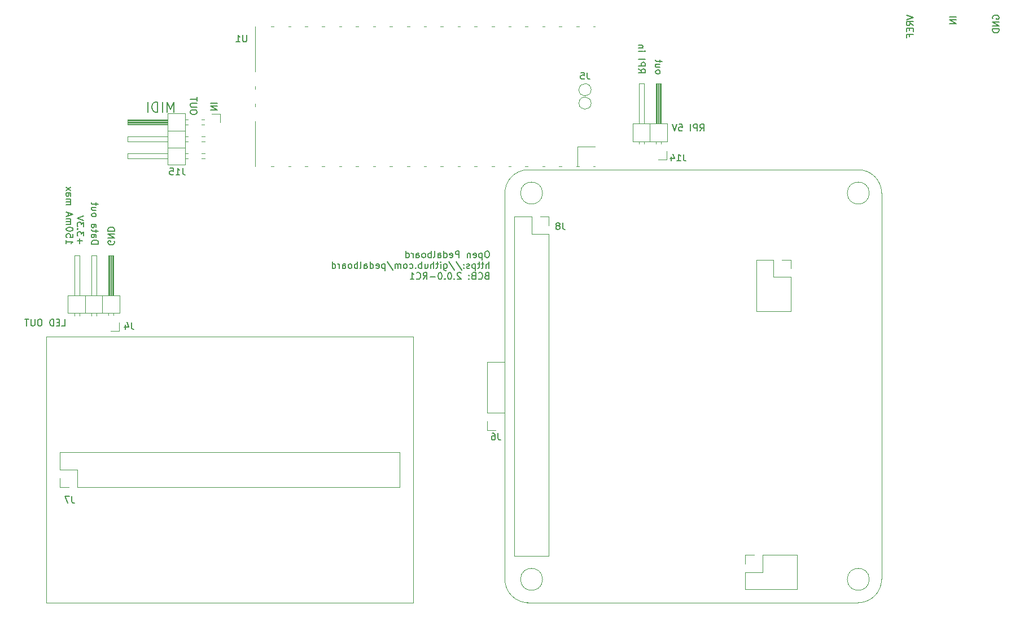
<source format=gbr>
%TF.GenerationSoftware,KiCad,Pcbnew,7.0.1.1-36-gbcf78dbe24-dirty-deb11*%
%TF.CreationDate,2023-04-15T23:01:27+00:00*%
%TF.ProjectId,pedalboard-hw,70656461-6c62-46f6-9172-642d68772e6b,2.0.0-RC1*%
%TF.SameCoordinates,Original*%
%TF.FileFunction,Legend,Bot*%
%TF.FilePolarity,Positive*%
%FSLAX46Y46*%
G04 Gerber Fmt 4.6, Leading zero omitted, Abs format (unit mm)*
G04 Created by KiCad (PCBNEW 7.0.1.1-36-gbcf78dbe24-dirty-deb11) date 2023-04-15 23:01:27*
%MOMM*%
%LPD*%
G01*
G04 APERTURE LIST*
%ADD10C,0.150000*%
%ADD11C,0.120000*%
%ADD12C,0.100000*%
G04 APERTURE END LIST*
D10*
X56395961Y-70713695D02*
X56443580Y-70808933D01*
X56443580Y-70808933D02*
X56443580Y-70951790D01*
X56443580Y-70951790D02*
X56395961Y-71094647D01*
X56395961Y-71094647D02*
X56300723Y-71189885D01*
X56300723Y-71189885D02*
X56205485Y-71237504D01*
X56205485Y-71237504D02*
X56015009Y-71285123D01*
X56015009Y-71285123D02*
X55872152Y-71285123D01*
X55872152Y-71285123D02*
X55681676Y-71237504D01*
X55681676Y-71237504D02*
X55586438Y-71189885D01*
X55586438Y-71189885D02*
X55491200Y-71094647D01*
X55491200Y-71094647D02*
X55443580Y-70951790D01*
X55443580Y-70951790D02*
X55443580Y-70856552D01*
X55443580Y-70856552D02*
X55491200Y-70713695D01*
X55491200Y-70713695D02*
X55538819Y-70666076D01*
X55538819Y-70666076D02*
X55872152Y-70666076D01*
X55872152Y-70666076D02*
X55872152Y-70856552D01*
X55443580Y-70237504D02*
X56443580Y-70237504D01*
X56443580Y-70237504D02*
X55443580Y-69666076D01*
X55443580Y-69666076D02*
X56443580Y-69666076D01*
X55443580Y-69189885D02*
X56443580Y-69189885D01*
X56443580Y-69189885D02*
X56443580Y-68951790D01*
X56443580Y-68951790D02*
X56395961Y-68808933D01*
X56395961Y-68808933D02*
X56300723Y-68713695D01*
X56300723Y-68713695D02*
X56205485Y-68666076D01*
X56205485Y-68666076D02*
X56015009Y-68618457D01*
X56015009Y-68618457D02*
X55872152Y-68618457D01*
X55872152Y-68618457D02*
X55681676Y-68666076D01*
X55681676Y-68666076D02*
X55586438Y-68713695D01*
X55586438Y-68713695D02*
X55491200Y-68808933D01*
X55491200Y-68808933D02*
X55443580Y-68951790D01*
X55443580Y-68951790D02*
X55443580Y-69189885D01*
X53005180Y-71135904D02*
X54005180Y-71135904D01*
X54005180Y-71135904D02*
X54005180Y-70897809D01*
X54005180Y-70897809D02*
X53957561Y-70754952D01*
X53957561Y-70754952D02*
X53862323Y-70659714D01*
X53862323Y-70659714D02*
X53767085Y-70612095D01*
X53767085Y-70612095D02*
X53576609Y-70564476D01*
X53576609Y-70564476D02*
X53433752Y-70564476D01*
X53433752Y-70564476D02*
X53243276Y-70612095D01*
X53243276Y-70612095D02*
X53148038Y-70659714D01*
X53148038Y-70659714D02*
X53052800Y-70754952D01*
X53052800Y-70754952D02*
X53005180Y-70897809D01*
X53005180Y-70897809D02*
X53005180Y-71135904D01*
X53005180Y-69707333D02*
X53528990Y-69707333D01*
X53528990Y-69707333D02*
X53624228Y-69754952D01*
X53624228Y-69754952D02*
X53671847Y-69850190D01*
X53671847Y-69850190D02*
X53671847Y-70040666D01*
X53671847Y-70040666D02*
X53624228Y-70135904D01*
X53052800Y-69707333D02*
X53005180Y-69802571D01*
X53005180Y-69802571D02*
X53005180Y-70040666D01*
X53005180Y-70040666D02*
X53052800Y-70135904D01*
X53052800Y-70135904D02*
X53148038Y-70183523D01*
X53148038Y-70183523D02*
X53243276Y-70183523D01*
X53243276Y-70183523D02*
X53338514Y-70135904D01*
X53338514Y-70135904D02*
X53386133Y-70040666D01*
X53386133Y-70040666D02*
X53386133Y-69802571D01*
X53386133Y-69802571D02*
X53433752Y-69707333D01*
X53671847Y-69373999D02*
X53671847Y-68993047D01*
X54005180Y-69231142D02*
X53148038Y-69231142D01*
X53148038Y-69231142D02*
X53052800Y-69183523D01*
X53052800Y-69183523D02*
X53005180Y-69088285D01*
X53005180Y-69088285D02*
X53005180Y-68993047D01*
X53005180Y-68231142D02*
X53528990Y-68231142D01*
X53528990Y-68231142D02*
X53624228Y-68278761D01*
X53624228Y-68278761D02*
X53671847Y-68373999D01*
X53671847Y-68373999D02*
X53671847Y-68564475D01*
X53671847Y-68564475D02*
X53624228Y-68659713D01*
X53052800Y-68231142D02*
X53005180Y-68326380D01*
X53005180Y-68326380D02*
X53005180Y-68564475D01*
X53005180Y-68564475D02*
X53052800Y-68659713D01*
X53052800Y-68659713D02*
X53148038Y-68707332D01*
X53148038Y-68707332D02*
X53243276Y-68707332D01*
X53243276Y-68707332D02*
X53338514Y-68659713D01*
X53338514Y-68659713D02*
X53386133Y-68564475D01*
X53386133Y-68564475D02*
X53386133Y-68326380D01*
X53386133Y-68326380D02*
X53433752Y-68231142D01*
X53005180Y-66850189D02*
X53052800Y-66945427D01*
X53052800Y-66945427D02*
X53100419Y-66993046D01*
X53100419Y-66993046D02*
X53195657Y-67040665D01*
X53195657Y-67040665D02*
X53481371Y-67040665D01*
X53481371Y-67040665D02*
X53576609Y-66993046D01*
X53576609Y-66993046D02*
X53624228Y-66945427D01*
X53624228Y-66945427D02*
X53671847Y-66850189D01*
X53671847Y-66850189D02*
X53671847Y-66707332D01*
X53671847Y-66707332D02*
X53624228Y-66612094D01*
X53624228Y-66612094D02*
X53576609Y-66564475D01*
X53576609Y-66564475D02*
X53481371Y-66516856D01*
X53481371Y-66516856D02*
X53195657Y-66516856D01*
X53195657Y-66516856D02*
X53100419Y-66564475D01*
X53100419Y-66564475D02*
X53052800Y-66612094D01*
X53052800Y-66612094D02*
X53005180Y-66707332D01*
X53005180Y-66707332D02*
X53005180Y-66850189D01*
X53671847Y-65659713D02*
X53005180Y-65659713D01*
X53671847Y-66088284D02*
X53148038Y-66088284D01*
X53148038Y-66088284D02*
X53052800Y-66040665D01*
X53052800Y-66040665D02*
X53005180Y-65945427D01*
X53005180Y-65945427D02*
X53005180Y-65802570D01*
X53005180Y-65802570D02*
X53052800Y-65707332D01*
X53052800Y-65707332D02*
X53100419Y-65659713D01*
X53671847Y-65326379D02*
X53671847Y-64945427D01*
X54005180Y-65183522D02*
X53148038Y-65183522D01*
X53148038Y-65183522D02*
X53052800Y-65135903D01*
X53052800Y-65135903D02*
X53005180Y-65040665D01*
X53005180Y-65040665D02*
X53005180Y-64945427D01*
X71810419Y-49971295D02*
X70810419Y-49971295D01*
X71810419Y-50447485D02*
X70810419Y-50447485D01*
X70810419Y-50447485D02*
X71810419Y-51018913D01*
X71810419Y-51018913D02*
X70810419Y-51018913D01*
X188155238Y-37337904D02*
X188107619Y-37242666D01*
X188107619Y-37242666D02*
X188107619Y-37099809D01*
X188107619Y-37099809D02*
X188155238Y-36956952D01*
X188155238Y-36956952D02*
X188250476Y-36861714D01*
X188250476Y-36861714D02*
X188345714Y-36814095D01*
X188345714Y-36814095D02*
X188536190Y-36766476D01*
X188536190Y-36766476D02*
X188679047Y-36766476D01*
X188679047Y-36766476D02*
X188869523Y-36814095D01*
X188869523Y-36814095D02*
X188964761Y-36861714D01*
X188964761Y-36861714D02*
X189060000Y-36956952D01*
X189060000Y-36956952D02*
X189107619Y-37099809D01*
X189107619Y-37099809D02*
X189107619Y-37195047D01*
X189107619Y-37195047D02*
X189060000Y-37337904D01*
X189060000Y-37337904D02*
X189012380Y-37385523D01*
X189012380Y-37385523D02*
X188679047Y-37385523D01*
X188679047Y-37385523D02*
X188679047Y-37195047D01*
X189107619Y-37814095D02*
X188107619Y-37814095D01*
X188107619Y-37814095D02*
X189107619Y-38385523D01*
X189107619Y-38385523D02*
X188107619Y-38385523D01*
X189107619Y-38861714D02*
X188107619Y-38861714D01*
X188107619Y-38861714D02*
X188107619Y-39099809D01*
X188107619Y-39099809D02*
X188155238Y-39242666D01*
X188155238Y-39242666D02*
X188250476Y-39337904D01*
X188250476Y-39337904D02*
X188345714Y-39385523D01*
X188345714Y-39385523D02*
X188536190Y-39433142D01*
X188536190Y-39433142D02*
X188679047Y-39433142D01*
X188679047Y-39433142D02*
X188869523Y-39385523D01*
X188869523Y-39385523D02*
X188964761Y-39337904D01*
X188964761Y-39337904D02*
X189060000Y-39242666D01*
X189060000Y-39242666D02*
X189107619Y-39099809D01*
X189107619Y-39099809D02*
X189107619Y-38861714D01*
X144224476Y-54182819D02*
X144557809Y-53706628D01*
X144795904Y-54182819D02*
X144795904Y-53182819D01*
X144795904Y-53182819D02*
X144414952Y-53182819D01*
X144414952Y-53182819D02*
X144319714Y-53230438D01*
X144319714Y-53230438D02*
X144272095Y-53278057D01*
X144272095Y-53278057D02*
X144224476Y-53373295D01*
X144224476Y-53373295D02*
X144224476Y-53516152D01*
X144224476Y-53516152D02*
X144272095Y-53611390D01*
X144272095Y-53611390D02*
X144319714Y-53659009D01*
X144319714Y-53659009D02*
X144414952Y-53706628D01*
X144414952Y-53706628D02*
X144795904Y-53706628D01*
X143795904Y-54182819D02*
X143795904Y-53182819D01*
X143795904Y-53182819D02*
X143414952Y-53182819D01*
X143414952Y-53182819D02*
X143319714Y-53230438D01*
X143319714Y-53230438D02*
X143272095Y-53278057D01*
X143272095Y-53278057D02*
X143224476Y-53373295D01*
X143224476Y-53373295D02*
X143224476Y-53516152D01*
X143224476Y-53516152D02*
X143272095Y-53611390D01*
X143272095Y-53611390D02*
X143319714Y-53659009D01*
X143319714Y-53659009D02*
X143414952Y-53706628D01*
X143414952Y-53706628D02*
X143795904Y-53706628D01*
X142795904Y-54182819D02*
X142795904Y-53182819D01*
X141081619Y-53182819D02*
X141557809Y-53182819D01*
X141557809Y-53182819D02*
X141605428Y-53659009D01*
X141605428Y-53659009D02*
X141557809Y-53611390D01*
X141557809Y-53611390D02*
X141462571Y-53563771D01*
X141462571Y-53563771D02*
X141224476Y-53563771D01*
X141224476Y-53563771D02*
X141129238Y-53611390D01*
X141129238Y-53611390D02*
X141081619Y-53659009D01*
X141081619Y-53659009D02*
X141034000Y-53754247D01*
X141034000Y-53754247D02*
X141034000Y-53992342D01*
X141034000Y-53992342D02*
X141081619Y-54087580D01*
X141081619Y-54087580D02*
X141129238Y-54135200D01*
X141129238Y-54135200D02*
X141224476Y-54182819D01*
X141224476Y-54182819D02*
X141462571Y-54182819D01*
X141462571Y-54182819D02*
X141557809Y-54135200D01*
X141557809Y-54135200D02*
X141605428Y-54087580D01*
X140748285Y-53182819D02*
X140414952Y-54182819D01*
X140414952Y-54182819D02*
X140081619Y-53182819D01*
X112398228Y-72193219D02*
X112207752Y-72193219D01*
X112207752Y-72193219D02*
X112112514Y-72240838D01*
X112112514Y-72240838D02*
X112017276Y-72336076D01*
X112017276Y-72336076D02*
X111969657Y-72526552D01*
X111969657Y-72526552D02*
X111969657Y-72859885D01*
X111969657Y-72859885D02*
X112017276Y-73050361D01*
X112017276Y-73050361D02*
X112112514Y-73145600D01*
X112112514Y-73145600D02*
X112207752Y-73193219D01*
X112207752Y-73193219D02*
X112398228Y-73193219D01*
X112398228Y-73193219D02*
X112493466Y-73145600D01*
X112493466Y-73145600D02*
X112588704Y-73050361D01*
X112588704Y-73050361D02*
X112636323Y-72859885D01*
X112636323Y-72859885D02*
X112636323Y-72526552D01*
X112636323Y-72526552D02*
X112588704Y-72336076D01*
X112588704Y-72336076D02*
X112493466Y-72240838D01*
X112493466Y-72240838D02*
X112398228Y-72193219D01*
X111541085Y-72526552D02*
X111541085Y-73526552D01*
X111541085Y-72574171D02*
X111445847Y-72526552D01*
X111445847Y-72526552D02*
X111255371Y-72526552D01*
X111255371Y-72526552D02*
X111160133Y-72574171D01*
X111160133Y-72574171D02*
X111112514Y-72621790D01*
X111112514Y-72621790D02*
X111064895Y-72717028D01*
X111064895Y-72717028D02*
X111064895Y-73002742D01*
X111064895Y-73002742D02*
X111112514Y-73097980D01*
X111112514Y-73097980D02*
X111160133Y-73145600D01*
X111160133Y-73145600D02*
X111255371Y-73193219D01*
X111255371Y-73193219D02*
X111445847Y-73193219D01*
X111445847Y-73193219D02*
X111541085Y-73145600D01*
X110255371Y-73145600D02*
X110350609Y-73193219D01*
X110350609Y-73193219D02*
X110541085Y-73193219D01*
X110541085Y-73193219D02*
X110636323Y-73145600D01*
X110636323Y-73145600D02*
X110683942Y-73050361D01*
X110683942Y-73050361D02*
X110683942Y-72669409D01*
X110683942Y-72669409D02*
X110636323Y-72574171D01*
X110636323Y-72574171D02*
X110541085Y-72526552D01*
X110541085Y-72526552D02*
X110350609Y-72526552D01*
X110350609Y-72526552D02*
X110255371Y-72574171D01*
X110255371Y-72574171D02*
X110207752Y-72669409D01*
X110207752Y-72669409D02*
X110207752Y-72764647D01*
X110207752Y-72764647D02*
X110683942Y-72859885D01*
X109779180Y-72526552D02*
X109779180Y-73193219D01*
X109779180Y-72621790D02*
X109731561Y-72574171D01*
X109731561Y-72574171D02*
X109636323Y-72526552D01*
X109636323Y-72526552D02*
X109493466Y-72526552D01*
X109493466Y-72526552D02*
X109398228Y-72574171D01*
X109398228Y-72574171D02*
X109350609Y-72669409D01*
X109350609Y-72669409D02*
X109350609Y-73193219D01*
X108112513Y-73193219D02*
X108112513Y-72193219D01*
X108112513Y-72193219D02*
X107731561Y-72193219D01*
X107731561Y-72193219D02*
X107636323Y-72240838D01*
X107636323Y-72240838D02*
X107588704Y-72288457D01*
X107588704Y-72288457D02*
X107541085Y-72383695D01*
X107541085Y-72383695D02*
X107541085Y-72526552D01*
X107541085Y-72526552D02*
X107588704Y-72621790D01*
X107588704Y-72621790D02*
X107636323Y-72669409D01*
X107636323Y-72669409D02*
X107731561Y-72717028D01*
X107731561Y-72717028D02*
X108112513Y-72717028D01*
X106731561Y-73145600D02*
X106826799Y-73193219D01*
X106826799Y-73193219D02*
X107017275Y-73193219D01*
X107017275Y-73193219D02*
X107112513Y-73145600D01*
X107112513Y-73145600D02*
X107160132Y-73050361D01*
X107160132Y-73050361D02*
X107160132Y-72669409D01*
X107160132Y-72669409D02*
X107112513Y-72574171D01*
X107112513Y-72574171D02*
X107017275Y-72526552D01*
X107017275Y-72526552D02*
X106826799Y-72526552D01*
X106826799Y-72526552D02*
X106731561Y-72574171D01*
X106731561Y-72574171D02*
X106683942Y-72669409D01*
X106683942Y-72669409D02*
X106683942Y-72764647D01*
X106683942Y-72764647D02*
X107160132Y-72859885D01*
X105826799Y-73193219D02*
X105826799Y-72193219D01*
X105826799Y-73145600D02*
X105922037Y-73193219D01*
X105922037Y-73193219D02*
X106112513Y-73193219D01*
X106112513Y-73193219D02*
X106207751Y-73145600D01*
X106207751Y-73145600D02*
X106255370Y-73097980D01*
X106255370Y-73097980D02*
X106302989Y-73002742D01*
X106302989Y-73002742D02*
X106302989Y-72717028D01*
X106302989Y-72717028D02*
X106255370Y-72621790D01*
X106255370Y-72621790D02*
X106207751Y-72574171D01*
X106207751Y-72574171D02*
X106112513Y-72526552D01*
X106112513Y-72526552D02*
X105922037Y-72526552D01*
X105922037Y-72526552D02*
X105826799Y-72574171D01*
X104922037Y-73193219D02*
X104922037Y-72669409D01*
X104922037Y-72669409D02*
X104969656Y-72574171D01*
X104969656Y-72574171D02*
X105064894Y-72526552D01*
X105064894Y-72526552D02*
X105255370Y-72526552D01*
X105255370Y-72526552D02*
X105350608Y-72574171D01*
X104922037Y-73145600D02*
X105017275Y-73193219D01*
X105017275Y-73193219D02*
X105255370Y-73193219D01*
X105255370Y-73193219D02*
X105350608Y-73145600D01*
X105350608Y-73145600D02*
X105398227Y-73050361D01*
X105398227Y-73050361D02*
X105398227Y-72955123D01*
X105398227Y-72955123D02*
X105350608Y-72859885D01*
X105350608Y-72859885D02*
X105255370Y-72812266D01*
X105255370Y-72812266D02*
X105017275Y-72812266D01*
X105017275Y-72812266D02*
X104922037Y-72764647D01*
X104302989Y-73193219D02*
X104398227Y-73145600D01*
X104398227Y-73145600D02*
X104445846Y-73050361D01*
X104445846Y-73050361D02*
X104445846Y-72193219D01*
X103922036Y-73193219D02*
X103922036Y-72193219D01*
X103922036Y-72574171D02*
X103826798Y-72526552D01*
X103826798Y-72526552D02*
X103636322Y-72526552D01*
X103636322Y-72526552D02*
X103541084Y-72574171D01*
X103541084Y-72574171D02*
X103493465Y-72621790D01*
X103493465Y-72621790D02*
X103445846Y-72717028D01*
X103445846Y-72717028D02*
X103445846Y-73002742D01*
X103445846Y-73002742D02*
X103493465Y-73097980D01*
X103493465Y-73097980D02*
X103541084Y-73145600D01*
X103541084Y-73145600D02*
X103636322Y-73193219D01*
X103636322Y-73193219D02*
X103826798Y-73193219D01*
X103826798Y-73193219D02*
X103922036Y-73145600D01*
X102874417Y-73193219D02*
X102969655Y-73145600D01*
X102969655Y-73145600D02*
X103017274Y-73097980D01*
X103017274Y-73097980D02*
X103064893Y-73002742D01*
X103064893Y-73002742D02*
X103064893Y-72717028D01*
X103064893Y-72717028D02*
X103017274Y-72621790D01*
X103017274Y-72621790D02*
X102969655Y-72574171D01*
X102969655Y-72574171D02*
X102874417Y-72526552D01*
X102874417Y-72526552D02*
X102731560Y-72526552D01*
X102731560Y-72526552D02*
X102636322Y-72574171D01*
X102636322Y-72574171D02*
X102588703Y-72621790D01*
X102588703Y-72621790D02*
X102541084Y-72717028D01*
X102541084Y-72717028D02*
X102541084Y-73002742D01*
X102541084Y-73002742D02*
X102588703Y-73097980D01*
X102588703Y-73097980D02*
X102636322Y-73145600D01*
X102636322Y-73145600D02*
X102731560Y-73193219D01*
X102731560Y-73193219D02*
X102874417Y-73193219D01*
X101683941Y-73193219D02*
X101683941Y-72669409D01*
X101683941Y-72669409D02*
X101731560Y-72574171D01*
X101731560Y-72574171D02*
X101826798Y-72526552D01*
X101826798Y-72526552D02*
X102017274Y-72526552D01*
X102017274Y-72526552D02*
X102112512Y-72574171D01*
X101683941Y-73145600D02*
X101779179Y-73193219D01*
X101779179Y-73193219D02*
X102017274Y-73193219D01*
X102017274Y-73193219D02*
X102112512Y-73145600D01*
X102112512Y-73145600D02*
X102160131Y-73050361D01*
X102160131Y-73050361D02*
X102160131Y-72955123D01*
X102160131Y-72955123D02*
X102112512Y-72859885D01*
X102112512Y-72859885D02*
X102017274Y-72812266D01*
X102017274Y-72812266D02*
X101779179Y-72812266D01*
X101779179Y-72812266D02*
X101683941Y-72764647D01*
X101207750Y-73193219D02*
X101207750Y-72526552D01*
X101207750Y-72717028D02*
X101160131Y-72621790D01*
X101160131Y-72621790D02*
X101112512Y-72574171D01*
X101112512Y-72574171D02*
X101017274Y-72526552D01*
X101017274Y-72526552D02*
X100922036Y-72526552D01*
X100160131Y-73193219D02*
X100160131Y-72193219D01*
X100160131Y-73145600D02*
X100255369Y-73193219D01*
X100255369Y-73193219D02*
X100445845Y-73193219D01*
X100445845Y-73193219D02*
X100541083Y-73145600D01*
X100541083Y-73145600D02*
X100588702Y-73097980D01*
X100588702Y-73097980D02*
X100636321Y-73002742D01*
X100636321Y-73002742D02*
X100636321Y-72717028D01*
X100636321Y-72717028D02*
X100588702Y-72621790D01*
X100588702Y-72621790D02*
X100541083Y-72574171D01*
X100541083Y-72574171D02*
X100445845Y-72526552D01*
X100445845Y-72526552D02*
X100255369Y-72526552D01*
X100255369Y-72526552D02*
X100160131Y-72574171D01*
X112588704Y-74813219D02*
X112588704Y-73813219D01*
X112160133Y-74813219D02*
X112160133Y-74289409D01*
X112160133Y-74289409D02*
X112207752Y-74194171D01*
X112207752Y-74194171D02*
X112302990Y-74146552D01*
X112302990Y-74146552D02*
X112445847Y-74146552D01*
X112445847Y-74146552D02*
X112541085Y-74194171D01*
X112541085Y-74194171D02*
X112588704Y-74241790D01*
X111826799Y-74146552D02*
X111445847Y-74146552D01*
X111683942Y-73813219D02*
X111683942Y-74670361D01*
X111683942Y-74670361D02*
X111636323Y-74765600D01*
X111636323Y-74765600D02*
X111541085Y-74813219D01*
X111541085Y-74813219D02*
X111445847Y-74813219D01*
X111255370Y-74146552D02*
X110874418Y-74146552D01*
X111112513Y-73813219D02*
X111112513Y-74670361D01*
X111112513Y-74670361D02*
X111064894Y-74765600D01*
X111064894Y-74765600D02*
X110969656Y-74813219D01*
X110969656Y-74813219D02*
X110874418Y-74813219D01*
X110541084Y-74146552D02*
X110541084Y-75146552D01*
X110541084Y-74194171D02*
X110445846Y-74146552D01*
X110445846Y-74146552D02*
X110255370Y-74146552D01*
X110255370Y-74146552D02*
X110160132Y-74194171D01*
X110160132Y-74194171D02*
X110112513Y-74241790D01*
X110112513Y-74241790D02*
X110064894Y-74337028D01*
X110064894Y-74337028D02*
X110064894Y-74622742D01*
X110064894Y-74622742D02*
X110112513Y-74717980D01*
X110112513Y-74717980D02*
X110160132Y-74765600D01*
X110160132Y-74765600D02*
X110255370Y-74813219D01*
X110255370Y-74813219D02*
X110445846Y-74813219D01*
X110445846Y-74813219D02*
X110541084Y-74765600D01*
X109683941Y-74765600D02*
X109588703Y-74813219D01*
X109588703Y-74813219D02*
X109398227Y-74813219D01*
X109398227Y-74813219D02*
X109302989Y-74765600D01*
X109302989Y-74765600D02*
X109255370Y-74670361D01*
X109255370Y-74670361D02*
X109255370Y-74622742D01*
X109255370Y-74622742D02*
X109302989Y-74527504D01*
X109302989Y-74527504D02*
X109398227Y-74479885D01*
X109398227Y-74479885D02*
X109541084Y-74479885D01*
X109541084Y-74479885D02*
X109636322Y-74432266D01*
X109636322Y-74432266D02*
X109683941Y-74337028D01*
X109683941Y-74337028D02*
X109683941Y-74289409D01*
X109683941Y-74289409D02*
X109636322Y-74194171D01*
X109636322Y-74194171D02*
X109541084Y-74146552D01*
X109541084Y-74146552D02*
X109398227Y-74146552D01*
X109398227Y-74146552D02*
X109302989Y-74194171D01*
X108826798Y-74717980D02*
X108779179Y-74765600D01*
X108779179Y-74765600D02*
X108826798Y-74813219D01*
X108826798Y-74813219D02*
X108874417Y-74765600D01*
X108874417Y-74765600D02*
X108826798Y-74717980D01*
X108826798Y-74717980D02*
X108826798Y-74813219D01*
X108826798Y-74194171D02*
X108779179Y-74241790D01*
X108779179Y-74241790D02*
X108826798Y-74289409D01*
X108826798Y-74289409D02*
X108874417Y-74241790D01*
X108874417Y-74241790D02*
X108826798Y-74194171D01*
X108826798Y-74194171D02*
X108826798Y-74289409D01*
X107636323Y-73765600D02*
X108493465Y-75051314D01*
X106588704Y-73765600D02*
X107445846Y-75051314D01*
X105826799Y-74146552D02*
X105826799Y-74956076D01*
X105826799Y-74956076D02*
X105874418Y-75051314D01*
X105874418Y-75051314D02*
X105922037Y-75098933D01*
X105922037Y-75098933D02*
X106017275Y-75146552D01*
X106017275Y-75146552D02*
X106160132Y-75146552D01*
X106160132Y-75146552D02*
X106255370Y-75098933D01*
X105826799Y-74765600D02*
X105922037Y-74813219D01*
X105922037Y-74813219D02*
X106112513Y-74813219D01*
X106112513Y-74813219D02*
X106207751Y-74765600D01*
X106207751Y-74765600D02*
X106255370Y-74717980D01*
X106255370Y-74717980D02*
X106302989Y-74622742D01*
X106302989Y-74622742D02*
X106302989Y-74337028D01*
X106302989Y-74337028D02*
X106255370Y-74241790D01*
X106255370Y-74241790D02*
X106207751Y-74194171D01*
X106207751Y-74194171D02*
X106112513Y-74146552D01*
X106112513Y-74146552D02*
X105922037Y-74146552D01*
X105922037Y-74146552D02*
X105826799Y-74194171D01*
X105350608Y-74813219D02*
X105350608Y-74146552D01*
X105350608Y-73813219D02*
X105398227Y-73860838D01*
X105398227Y-73860838D02*
X105350608Y-73908457D01*
X105350608Y-73908457D02*
X105302989Y-73860838D01*
X105302989Y-73860838D02*
X105350608Y-73813219D01*
X105350608Y-73813219D02*
X105350608Y-73908457D01*
X105017275Y-74146552D02*
X104636323Y-74146552D01*
X104874418Y-73813219D02*
X104874418Y-74670361D01*
X104874418Y-74670361D02*
X104826799Y-74765600D01*
X104826799Y-74765600D02*
X104731561Y-74813219D01*
X104731561Y-74813219D02*
X104636323Y-74813219D01*
X104302989Y-74813219D02*
X104302989Y-73813219D01*
X103874418Y-74813219D02*
X103874418Y-74289409D01*
X103874418Y-74289409D02*
X103922037Y-74194171D01*
X103922037Y-74194171D02*
X104017275Y-74146552D01*
X104017275Y-74146552D02*
X104160132Y-74146552D01*
X104160132Y-74146552D02*
X104255370Y-74194171D01*
X104255370Y-74194171D02*
X104302989Y-74241790D01*
X102969656Y-74146552D02*
X102969656Y-74813219D01*
X103398227Y-74146552D02*
X103398227Y-74670361D01*
X103398227Y-74670361D02*
X103350608Y-74765600D01*
X103350608Y-74765600D02*
X103255370Y-74813219D01*
X103255370Y-74813219D02*
X103112513Y-74813219D01*
X103112513Y-74813219D02*
X103017275Y-74765600D01*
X103017275Y-74765600D02*
X102969656Y-74717980D01*
X102493465Y-74813219D02*
X102493465Y-73813219D01*
X102493465Y-74194171D02*
X102398227Y-74146552D01*
X102398227Y-74146552D02*
X102207751Y-74146552D01*
X102207751Y-74146552D02*
X102112513Y-74194171D01*
X102112513Y-74194171D02*
X102064894Y-74241790D01*
X102064894Y-74241790D02*
X102017275Y-74337028D01*
X102017275Y-74337028D02*
X102017275Y-74622742D01*
X102017275Y-74622742D02*
X102064894Y-74717980D01*
X102064894Y-74717980D02*
X102112513Y-74765600D01*
X102112513Y-74765600D02*
X102207751Y-74813219D01*
X102207751Y-74813219D02*
X102398227Y-74813219D01*
X102398227Y-74813219D02*
X102493465Y-74765600D01*
X101588703Y-74717980D02*
X101541084Y-74765600D01*
X101541084Y-74765600D02*
X101588703Y-74813219D01*
X101588703Y-74813219D02*
X101636322Y-74765600D01*
X101636322Y-74765600D02*
X101588703Y-74717980D01*
X101588703Y-74717980D02*
X101588703Y-74813219D01*
X100683942Y-74765600D02*
X100779180Y-74813219D01*
X100779180Y-74813219D02*
X100969656Y-74813219D01*
X100969656Y-74813219D02*
X101064894Y-74765600D01*
X101064894Y-74765600D02*
X101112513Y-74717980D01*
X101112513Y-74717980D02*
X101160132Y-74622742D01*
X101160132Y-74622742D02*
X101160132Y-74337028D01*
X101160132Y-74337028D02*
X101112513Y-74241790D01*
X101112513Y-74241790D02*
X101064894Y-74194171D01*
X101064894Y-74194171D02*
X100969656Y-74146552D01*
X100969656Y-74146552D02*
X100779180Y-74146552D01*
X100779180Y-74146552D02*
X100683942Y-74194171D01*
X100112513Y-74813219D02*
X100207751Y-74765600D01*
X100207751Y-74765600D02*
X100255370Y-74717980D01*
X100255370Y-74717980D02*
X100302989Y-74622742D01*
X100302989Y-74622742D02*
X100302989Y-74337028D01*
X100302989Y-74337028D02*
X100255370Y-74241790D01*
X100255370Y-74241790D02*
X100207751Y-74194171D01*
X100207751Y-74194171D02*
X100112513Y-74146552D01*
X100112513Y-74146552D02*
X99969656Y-74146552D01*
X99969656Y-74146552D02*
X99874418Y-74194171D01*
X99874418Y-74194171D02*
X99826799Y-74241790D01*
X99826799Y-74241790D02*
X99779180Y-74337028D01*
X99779180Y-74337028D02*
X99779180Y-74622742D01*
X99779180Y-74622742D02*
X99826799Y-74717980D01*
X99826799Y-74717980D02*
X99874418Y-74765600D01*
X99874418Y-74765600D02*
X99969656Y-74813219D01*
X99969656Y-74813219D02*
X100112513Y-74813219D01*
X99350608Y-74813219D02*
X99350608Y-74146552D01*
X99350608Y-74241790D02*
X99302989Y-74194171D01*
X99302989Y-74194171D02*
X99207751Y-74146552D01*
X99207751Y-74146552D02*
X99064894Y-74146552D01*
X99064894Y-74146552D02*
X98969656Y-74194171D01*
X98969656Y-74194171D02*
X98922037Y-74289409D01*
X98922037Y-74289409D02*
X98922037Y-74813219D01*
X98922037Y-74289409D02*
X98874418Y-74194171D01*
X98874418Y-74194171D02*
X98779180Y-74146552D01*
X98779180Y-74146552D02*
X98636323Y-74146552D01*
X98636323Y-74146552D02*
X98541084Y-74194171D01*
X98541084Y-74194171D02*
X98493465Y-74289409D01*
X98493465Y-74289409D02*
X98493465Y-74813219D01*
X97302990Y-73765600D02*
X98160132Y-75051314D01*
X96969656Y-74146552D02*
X96969656Y-75146552D01*
X96969656Y-74194171D02*
X96874418Y-74146552D01*
X96874418Y-74146552D02*
X96683942Y-74146552D01*
X96683942Y-74146552D02*
X96588704Y-74194171D01*
X96588704Y-74194171D02*
X96541085Y-74241790D01*
X96541085Y-74241790D02*
X96493466Y-74337028D01*
X96493466Y-74337028D02*
X96493466Y-74622742D01*
X96493466Y-74622742D02*
X96541085Y-74717980D01*
X96541085Y-74717980D02*
X96588704Y-74765600D01*
X96588704Y-74765600D02*
X96683942Y-74813219D01*
X96683942Y-74813219D02*
X96874418Y-74813219D01*
X96874418Y-74813219D02*
X96969656Y-74765600D01*
X95683942Y-74765600D02*
X95779180Y-74813219D01*
X95779180Y-74813219D02*
X95969656Y-74813219D01*
X95969656Y-74813219D02*
X96064894Y-74765600D01*
X96064894Y-74765600D02*
X96112513Y-74670361D01*
X96112513Y-74670361D02*
X96112513Y-74289409D01*
X96112513Y-74289409D02*
X96064894Y-74194171D01*
X96064894Y-74194171D02*
X95969656Y-74146552D01*
X95969656Y-74146552D02*
X95779180Y-74146552D01*
X95779180Y-74146552D02*
X95683942Y-74194171D01*
X95683942Y-74194171D02*
X95636323Y-74289409D01*
X95636323Y-74289409D02*
X95636323Y-74384647D01*
X95636323Y-74384647D02*
X96112513Y-74479885D01*
X94779180Y-74813219D02*
X94779180Y-73813219D01*
X94779180Y-74765600D02*
X94874418Y-74813219D01*
X94874418Y-74813219D02*
X95064894Y-74813219D01*
X95064894Y-74813219D02*
X95160132Y-74765600D01*
X95160132Y-74765600D02*
X95207751Y-74717980D01*
X95207751Y-74717980D02*
X95255370Y-74622742D01*
X95255370Y-74622742D02*
X95255370Y-74337028D01*
X95255370Y-74337028D02*
X95207751Y-74241790D01*
X95207751Y-74241790D02*
X95160132Y-74194171D01*
X95160132Y-74194171D02*
X95064894Y-74146552D01*
X95064894Y-74146552D02*
X94874418Y-74146552D01*
X94874418Y-74146552D02*
X94779180Y-74194171D01*
X93874418Y-74813219D02*
X93874418Y-74289409D01*
X93874418Y-74289409D02*
X93922037Y-74194171D01*
X93922037Y-74194171D02*
X94017275Y-74146552D01*
X94017275Y-74146552D02*
X94207751Y-74146552D01*
X94207751Y-74146552D02*
X94302989Y-74194171D01*
X93874418Y-74765600D02*
X93969656Y-74813219D01*
X93969656Y-74813219D02*
X94207751Y-74813219D01*
X94207751Y-74813219D02*
X94302989Y-74765600D01*
X94302989Y-74765600D02*
X94350608Y-74670361D01*
X94350608Y-74670361D02*
X94350608Y-74575123D01*
X94350608Y-74575123D02*
X94302989Y-74479885D01*
X94302989Y-74479885D02*
X94207751Y-74432266D01*
X94207751Y-74432266D02*
X93969656Y-74432266D01*
X93969656Y-74432266D02*
X93874418Y-74384647D01*
X93255370Y-74813219D02*
X93350608Y-74765600D01*
X93350608Y-74765600D02*
X93398227Y-74670361D01*
X93398227Y-74670361D02*
X93398227Y-73813219D01*
X92874417Y-74813219D02*
X92874417Y-73813219D01*
X92874417Y-74194171D02*
X92779179Y-74146552D01*
X92779179Y-74146552D02*
X92588703Y-74146552D01*
X92588703Y-74146552D02*
X92493465Y-74194171D01*
X92493465Y-74194171D02*
X92445846Y-74241790D01*
X92445846Y-74241790D02*
X92398227Y-74337028D01*
X92398227Y-74337028D02*
X92398227Y-74622742D01*
X92398227Y-74622742D02*
X92445846Y-74717980D01*
X92445846Y-74717980D02*
X92493465Y-74765600D01*
X92493465Y-74765600D02*
X92588703Y-74813219D01*
X92588703Y-74813219D02*
X92779179Y-74813219D01*
X92779179Y-74813219D02*
X92874417Y-74765600D01*
X91826798Y-74813219D02*
X91922036Y-74765600D01*
X91922036Y-74765600D02*
X91969655Y-74717980D01*
X91969655Y-74717980D02*
X92017274Y-74622742D01*
X92017274Y-74622742D02*
X92017274Y-74337028D01*
X92017274Y-74337028D02*
X91969655Y-74241790D01*
X91969655Y-74241790D02*
X91922036Y-74194171D01*
X91922036Y-74194171D02*
X91826798Y-74146552D01*
X91826798Y-74146552D02*
X91683941Y-74146552D01*
X91683941Y-74146552D02*
X91588703Y-74194171D01*
X91588703Y-74194171D02*
X91541084Y-74241790D01*
X91541084Y-74241790D02*
X91493465Y-74337028D01*
X91493465Y-74337028D02*
X91493465Y-74622742D01*
X91493465Y-74622742D02*
X91541084Y-74717980D01*
X91541084Y-74717980D02*
X91588703Y-74765600D01*
X91588703Y-74765600D02*
X91683941Y-74813219D01*
X91683941Y-74813219D02*
X91826798Y-74813219D01*
X90636322Y-74813219D02*
X90636322Y-74289409D01*
X90636322Y-74289409D02*
X90683941Y-74194171D01*
X90683941Y-74194171D02*
X90779179Y-74146552D01*
X90779179Y-74146552D02*
X90969655Y-74146552D01*
X90969655Y-74146552D02*
X91064893Y-74194171D01*
X90636322Y-74765600D02*
X90731560Y-74813219D01*
X90731560Y-74813219D02*
X90969655Y-74813219D01*
X90969655Y-74813219D02*
X91064893Y-74765600D01*
X91064893Y-74765600D02*
X91112512Y-74670361D01*
X91112512Y-74670361D02*
X91112512Y-74575123D01*
X91112512Y-74575123D02*
X91064893Y-74479885D01*
X91064893Y-74479885D02*
X90969655Y-74432266D01*
X90969655Y-74432266D02*
X90731560Y-74432266D01*
X90731560Y-74432266D02*
X90636322Y-74384647D01*
X90160131Y-74813219D02*
X90160131Y-74146552D01*
X90160131Y-74337028D02*
X90112512Y-74241790D01*
X90112512Y-74241790D02*
X90064893Y-74194171D01*
X90064893Y-74194171D02*
X89969655Y-74146552D01*
X89969655Y-74146552D02*
X89874417Y-74146552D01*
X89112512Y-74813219D02*
X89112512Y-73813219D01*
X89112512Y-74765600D02*
X89207750Y-74813219D01*
X89207750Y-74813219D02*
X89398226Y-74813219D01*
X89398226Y-74813219D02*
X89493464Y-74765600D01*
X89493464Y-74765600D02*
X89541083Y-74717980D01*
X89541083Y-74717980D02*
X89588702Y-74622742D01*
X89588702Y-74622742D02*
X89588702Y-74337028D01*
X89588702Y-74337028D02*
X89541083Y-74241790D01*
X89541083Y-74241790D02*
X89493464Y-74194171D01*
X89493464Y-74194171D02*
X89398226Y-74146552D01*
X89398226Y-74146552D02*
X89207750Y-74146552D01*
X89207750Y-74146552D02*
X89112512Y-74194171D01*
X112255371Y-75909409D02*
X112112514Y-75957028D01*
X112112514Y-75957028D02*
X112064895Y-76004647D01*
X112064895Y-76004647D02*
X112017276Y-76099885D01*
X112017276Y-76099885D02*
X112017276Y-76242742D01*
X112017276Y-76242742D02*
X112064895Y-76337980D01*
X112064895Y-76337980D02*
X112112514Y-76385600D01*
X112112514Y-76385600D02*
X112207752Y-76433219D01*
X112207752Y-76433219D02*
X112588704Y-76433219D01*
X112588704Y-76433219D02*
X112588704Y-75433219D01*
X112588704Y-75433219D02*
X112255371Y-75433219D01*
X112255371Y-75433219D02*
X112160133Y-75480838D01*
X112160133Y-75480838D02*
X112112514Y-75528457D01*
X112112514Y-75528457D02*
X112064895Y-75623695D01*
X112064895Y-75623695D02*
X112064895Y-75718933D01*
X112064895Y-75718933D02*
X112112514Y-75814171D01*
X112112514Y-75814171D02*
X112160133Y-75861790D01*
X112160133Y-75861790D02*
X112255371Y-75909409D01*
X112255371Y-75909409D02*
X112588704Y-75909409D01*
X111017276Y-76337980D02*
X111064895Y-76385600D01*
X111064895Y-76385600D02*
X111207752Y-76433219D01*
X111207752Y-76433219D02*
X111302990Y-76433219D01*
X111302990Y-76433219D02*
X111445847Y-76385600D01*
X111445847Y-76385600D02*
X111541085Y-76290361D01*
X111541085Y-76290361D02*
X111588704Y-76195123D01*
X111588704Y-76195123D02*
X111636323Y-76004647D01*
X111636323Y-76004647D02*
X111636323Y-75861790D01*
X111636323Y-75861790D02*
X111588704Y-75671314D01*
X111588704Y-75671314D02*
X111541085Y-75576076D01*
X111541085Y-75576076D02*
X111445847Y-75480838D01*
X111445847Y-75480838D02*
X111302990Y-75433219D01*
X111302990Y-75433219D02*
X111207752Y-75433219D01*
X111207752Y-75433219D02*
X111064895Y-75480838D01*
X111064895Y-75480838D02*
X111017276Y-75528457D01*
X110255371Y-75909409D02*
X110112514Y-75957028D01*
X110112514Y-75957028D02*
X110064895Y-76004647D01*
X110064895Y-76004647D02*
X110017276Y-76099885D01*
X110017276Y-76099885D02*
X110017276Y-76242742D01*
X110017276Y-76242742D02*
X110064895Y-76337980D01*
X110064895Y-76337980D02*
X110112514Y-76385600D01*
X110112514Y-76385600D02*
X110207752Y-76433219D01*
X110207752Y-76433219D02*
X110588704Y-76433219D01*
X110588704Y-76433219D02*
X110588704Y-75433219D01*
X110588704Y-75433219D02*
X110255371Y-75433219D01*
X110255371Y-75433219D02*
X110160133Y-75480838D01*
X110160133Y-75480838D02*
X110112514Y-75528457D01*
X110112514Y-75528457D02*
X110064895Y-75623695D01*
X110064895Y-75623695D02*
X110064895Y-75718933D01*
X110064895Y-75718933D02*
X110112514Y-75814171D01*
X110112514Y-75814171D02*
X110160133Y-75861790D01*
X110160133Y-75861790D02*
X110255371Y-75909409D01*
X110255371Y-75909409D02*
X110588704Y-75909409D01*
X109588704Y-76337980D02*
X109541085Y-76385600D01*
X109541085Y-76385600D02*
X109588704Y-76433219D01*
X109588704Y-76433219D02*
X109636323Y-76385600D01*
X109636323Y-76385600D02*
X109588704Y-76337980D01*
X109588704Y-76337980D02*
X109588704Y-76433219D01*
X109588704Y-75814171D02*
X109541085Y-75861790D01*
X109541085Y-75861790D02*
X109588704Y-75909409D01*
X109588704Y-75909409D02*
X109636323Y-75861790D01*
X109636323Y-75861790D02*
X109588704Y-75814171D01*
X109588704Y-75814171D02*
X109588704Y-75909409D01*
X108398228Y-75528457D02*
X108350609Y-75480838D01*
X108350609Y-75480838D02*
X108255371Y-75433219D01*
X108255371Y-75433219D02*
X108017276Y-75433219D01*
X108017276Y-75433219D02*
X107922038Y-75480838D01*
X107922038Y-75480838D02*
X107874419Y-75528457D01*
X107874419Y-75528457D02*
X107826800Y-75623695D01*
X107826800Y-75623695D02*
X107826800Y-75718933D01*
X107826800Y-75718933D02*
X107874419Y-75861790D01*
X107874419Y-75861790D02*
X108445847Y-76433219D01*
X108445847Y-76433219D02*
X107826800Y-76433219D01*
X107398228Y-76337980D02*
X107350609Y-76385600D01*
X107350609Y-76385600D02*
X107398228Y-76433219D01*
X107398228Y-76433219D02*
X107445847Y-76385600D01*
X107445847Y-76385600D02*
X107398228Y-76337980D01*
X107398228Y-76337980D02*
X107398228Y-76433219D01*
X106731562Y-75433219D02*
X106636324Y-75433219D01*
X106636324Y-75433219D02*
X106541086Y-75480838D01*
X106541086Y-75480838D02*
X106493467Y-75528457D01*
X106493467Y-75528457D02*
X106445848Y-75623695D01*
X106445848Y-75623695D02*
X106398229Y-75814171D01*
X106398229Y-75814171D02*
X106398229Y-76052266D01*
X106398229Y-76052266D02*
X106445848Y-76242742D01*
X106445848Y-76242742D02*
X106493467Y-76337980D01*
X106493467Y-76337980D02*
X106541086Y-76385600D01*
X106541086Y-76385600D02*
X106636324Y-76433219D01*
X106636324Y-76433219D02*
X106731562Y-76433219D01*
X106731562Y-76433219D02*
X106826800Y-76385600D01*
X106826800Y-76385600D02*
X106874419Y-76337980D01*
X106874419Y-76337980D02*
X106922038Y-76242742D01*
X106922038Y-76242742D02*
X106969657Y-76052266D01*
X106969657Y-76052266D02*
X106969657Y-75814171D01*
X106969657Y-75814171D02*
X106922038Y-75623695D01*
X106922038Y-75623695D02*
X106874419Y-75528457D01*
X106874419Y-75528457D02*
X106826800Y-75480838D01*
X106826800Y-75480838D02*
X106731562Y-75433219D01*
X105969657Y-76337980D02*
X105922038Y-76385600D01*
X105922038Y-76385600D02*
X105969657Y-76433219D01*
X105969657Y-76433219D02*
X106017276Y-76385600D01*
X106017276Y-76385600D02*
X105969657Y-76337980D01*
X105969657Y-76337980D02*
X105969657Y-76433219D01*
X105302991Y-75433219D02*
X105207753Y-75433219D01*
X105207753Y-75433219D02*
X105112515Y-75480838D01*
X105112515Y-75480838D02*
X105064896Y-75528457D01*
X105064896Y-75528457D02*
X105017277Y-75623695D01*
X105017277Y-75623695D02*
X104969658Y-75814171D01*
X104969658Y-75814171D02*
X104969658Y-76052266D01*
X104969658Y-76052266D02*
X105017277Y-76242742D01*
X105017277Y-76242742D02*
X105064896Y-76337980D01*
X105064896Y-76337980D02*
X105112515Y-76385600D01*
X105112515Y-76385600D02*
X105207753Y-76433219D01*
X105207753Y-76433219D02*
X105302991Y-76433219D01*
X105302991Y-76433219D02*
X105398229Y-76385600D01*
X105398229Y-76385600D02*
X105445848Y-76337980D01*
X105445848Y-76337980D02*
X105493467Y-76242742D01*
X105493467Y-76242742D02*
X105541086Y-76052266D01*
X105541086Y-76052266D02*
X105541086Y-75814171D01*
X105541086Y-75814171D02*
X105493467Y-75623695D01*
X105493467Y-75623695D02*
X105445848Y-75528457D01*
X105445848Y-75528457D02*
X105398229Y-75480838D01*
X105398229Y-75480838D02*
X105302991Y-75433219D01*
X104541086Y-76052266D02*
X103779182Y-76052266D01*
X102731563Y-76433219D02*
X103064896Y-75957028D01*
X103302991Y-76433219D02*
X103302991Y-75433219D01*
X103302991Y-75433219D02*
X102922039Y-75433219D01*
X102922039Y-75433219D02*
X102826801Y-75480838D01*
X102826801Y-75480838D02*
X102779182Y-75528457D01*
X102779182Y-75528457D02*
X102731563Y-75623695D01*
X102731563Y-75623695D02*
X102731563Y-75766552D01*
X102731563Y-75766552D02*
X102779182Y-75861790D01*
X102779182Y-75861790D02*
X102826801Y-75909409D01*
X102826801Y-75909409D02*
X102922039Y-75957028D01*
X102922039Y-75957028D02*
X103302991Y-75957028D01*
X101731563Y-76337980D02*
X101779182Y-76385600D01*
X101779182Y-76385600D02*
X101922039Y-76433219D01*
X101922039Y-76433219D02*
X102017277Y-76433219D01*
X102017277Y-76433219D02*
X102160134Y-76385600D01*
X102160134Y-76385600D02*
X102255372Y-76290361D01*
X102255372Y-76290361D02*
X102302991Y-76195123D01*
X102302991Y-76195123D02*
X102350610Y-76004647D01*
X102350610Y-76004647D02*
X102350610Y-75861790D01*
X102350610Y-75861790D02*
X102302991Y-75671314D01*
X102302991Y-75671314D02*
X102255372Y-75576076D01*
X102255372Y-75576076D02*
X102160134Y-75480838D01*
X102160134Y-75480838D02*
X102017277Y-75433219D01*
X102017277Y-75433219D02*
X101922039Y-75433219D01*
X101922039Y-75433219D02*
X101779182Y-75480838D01*
X101779182Y-75480838D02*
X101731563Y-75528457D01*
X100779182Y-76433219D02*
X101350610Y-76433219D01*
X101064896Y-76433219D02*
X101064896Y-75433219D01*
X101064896Y-75433219D02*
X101160134Y-75576076D01*
X101160134Y-75576076D02*
X101255372Y-75671314D01*
X101255372Y-75671314D02*
X101350610Y-75718933D01*
X51196133Y-71085104D02*
X51196133Y-70323200D01*
X50815180Y-70704152D02*
X51577085Y-70704152D01*
X51815180Y-69942247D02*
X51815180Y-69323200D01*
X51815180Y-69323200D02*
X51434228Y-69656533D01*
X51434228Y-69656533D02*
X51434228Y-69513676D01*
X51434228Y-69513676D02*
X51386609Y-69418438D01*
X51386609Y-69418438D02*
X51338990Y-69370819D01*
X51338990Y-69370819D02*
X51243752Y-69323200D01*
X51243752Y-69323200D02*
X51005657Y-69323200D01*
X51005657Y-69323200D02*
X50910419Y-69370819D01*
X50910419Y-69370819D02*
X50862800Y-69418438D01*
X50862800Y-69418438D02*
X50815180Y-69513676D01*
X50815180Y-69513676D02*
X50815180Y-69799390D01*
X50815180Y-69799390D02*
X50862800Y-69894628D01*
X50862800Y-69894628D02*
X50910419Y-69942247D01*
X50910419Y-68894628D02*
X50862800Y-68847009D01*
X50862800Y-68847009D02*
X50815180Y-68894628D01*
X50815180Y-68894628D02*
X50862800Y-68942247D01*
X50862800Y-68942247D02*
X50910419Y-68894628D01*
X50910419Y-68894628D02*
X50815180Y-68894628D01*
X51815180Y-68513676D02*
X51815180Y-67894629D01*
X51815180Y-67894629D02*
X51434228Y-68227962D01*
X51434228Y-68227962D02*
X51434228Y-68085105D01*
X51434228Y-68085105D02*
X51386609Y-67989867D01*
X51386609Y-67989867D02*
X51338990Y-67942248D01*
X51338990Y-67942248D02*
X51243752Y-67894629D01*
X51243752Y-67894629D02*
X51005657Y-67894629D01*
X51005657Y-67894629D02*
X50910419Y-67942248D01*
X50910419Y-67942248D02*
X50862800Y-67989867D01*
X50862800Y-67989867D02*
X50815180Y-68085105D01*
X50815180Y-68085105D02*
X50815180Y-68370819D01*
X50815180Y-68370819D02*
X50862800Y-68466057D01*
X50862800Y-68466057D02*
X50910419Y-68513676D01*
X51815180Y-67608914D02*
X50815180Y-67275581D01*
X50815180Y-67275581D02*
X51815180Y-66942248D01*
X49195180Y-70561295D02*
X49195180Y-71132723D01*
X49195180Y-70847009D02*
X50195180Y-70847009D01*
X50195180Y-70847009D02*
X50052323Y-70942247D01*
X50052323Y-70942247D02*
X49957085Y-71037485D01*
X49957085Y-71037485D02*
X49909466Y-71132723D01*
X50195180Y-69656533D02*
X50195180Y-70132723D01*
X50195180Y-70132723D02*
X49718990Y-70180342D01*
X49718990Y-70180342D02*
X49766609Y-70132723D01*
X49766609Y-70132723D02*
X49814228Y-70037485D01*
X49814228Y-70037485D02*
X49814228Y-69799390D01*
X49814228Y-69799390D02*
X49766609Y-69704152D01*
X49766609Y-69704152D02*
X49718990Y-69656533D01*
X49718990Y-69656533D02*
X49623752Y-69608914D01*
X49623752Y-69608914D02*
X49385657Y-69608914D01*
X49385657Y-69608914D02*
X49290419Y-69656533D01*
X49290419Y-69656533D02*
X49242800Y-69704152D01*
X49242800Y-69704152D02*
X49195180Y-69799390D01*
X49195180Y-69799390D02*
X49195180Y-70037485D01*
X49195180Y-70037485D02*
X49242800Y-70132723D01*
X49242800Y-70132723D02*
X49290419Y-70180342D01*
X50195180Y-68989866D02*
X50195180Y-68894628D01*
X50195180Y-68894628D02*
X50147561Y-68799390D01*
X50147561Y-68799390D02*
X50099942Y-68751771D01*
X50099942Y-68751771D02*
X50004704Y-68704152D01*
X50004704Y-68704152D02*
X49814228Y-68656533D01*
X49814228Y-68656533D02*
X49576133Y-68656533D01*
X49576133Y-68656533D02*
X49385657Y-68704152D01*
X49385657Y-68704152D02*
X49290419Y-68751771D01*
X49290419Y-68751771D02*
X49242800Y-68799390D01*
X49242800Y-68799390D02*
X49195180Y-68894628D01*
X49195180Y-68894628D02*
X49195180Y-68989866D01*
X49195180Y-68989866D02*
X49242800Y-69085104D01*
X49242800Y-69085104D02*
X49290419Y-69132723D01*
X49290419Y-69132723D02*
X49385657Y-69180342D01*
X49385657Y-69180342D02*
X49576133Y-69227961D01*
X49576133Y-69227961D02*
X49814228Y-69227961D01*
X49814228Y-69227961D02*
X50004704Y-69180342D01*
X50004704Y-69180342D02*
X50099942Y-69132723D01*
X50099942Y-69132723D02*
X50147561Y-69085104D01*
X50147561Y-69085104D02*
X50195180Y-68989866D01*
X49195180Y-68227961D02*
X49861847Y-68227961D01*
X49766609Y-68227961D02*
X49814228Y-68180342D01*
X49814228Y-68180342D02*
X49861847Y-68085104D01*
X49861847Y-68085104D02*
X49861847Y-67942247D01*
X49861847Y-67942247D02*
X49814228Y-67847009D01*
X49814228Y-67847009D02*
X49718990Y-67799390D01*
X49718990Y-67799390D02*
X49195180Y-67799390D01*
X49718990Y-67799390D02*
X49814228Y-67751771D01*
X49814228Y-67751771D02*
X49861847Y-67656533D01*
X49861847Y-67656533D02*
X49861847Y-67513676D01*
X49861847Y-67513676D02*
X49814228Y-67418437D01*
X49814228Y-67418437D02*
X49718990Y-67370818D01*
X49718990Y-67370818D02*
X49195180Y-67370818D01*
X49480895Y-66942247D02*
X49480895Y-66466057D01*
X49195180Y-67037485D02*
X50195180Y-66704152D01*
X50195180Y-66704152D02*
X49195180Y-66370819D01*
X49195180Y-65275580D02*
X49861847Y-65275580D01*
X49766609Y-65275580D02*
X49814228Y-65227961D01*
X49814228Y-65227961D02*
X49861847Y-65132723D01*
X49861847Y-65132723D02*
X49861847Y-64989866D01*
X49861847Y-64989866D02*
X49814228Y-64894628D01*
X49814228Y-64894628D02*
X49718990Y-64847009D01*
X49718990Y-64847009D02*
X49195180Y-64847009D01*
X49718990Y-64847009D02*
X49814228Y-64799390D01*
X49814228Y-64799390D02*
X49861847Y-64704152D01*
X49861847Y-64704152D02*
X49861847Y-64561295D01*
X49861847Y-64561295D02*
X49814228Y-64466056D01*
X49814228Y-64466056D02*
X49718990Y-64418437D01*
X49718990Y-64418437D02*
X49195180Y-64418437D01*
X49195180Y-63513676D02*
X49718990Y-63513676D01*
X49718990Y-63513676D02*
X49814228Y-63561295D01*
X49814228Y-63561295D02*
X49861847Y-63656533D01*
X49861847Y-63656533D02*
X49861847Y-63847009D01*
X49861847Y-63847009D02*
X49814228Y-63942247D01*
X49242800Y-63513676D02*
X49195180Y-63608914D01*
X49195180Y-63608914D02*
X49195180Y-63847009D01*
X49195180Y-63847009D02*
X49242800Y-63942247D01*
X49242800Y-63942247D02*
X49338038Y-63989866D01*
X49338038Y-63989866D02*
X49433276Y-63989866D01*
X49433276Y-63989866D02*
X49528514Y-63942247D01*
X49528514Y-63942247D02*
X49576133Y-63847009D01*
X49576133Y-63847009D02*
X49576133Y-63608914D01*
X49576133Y-63608914D02*
X49623752Y-63513676D01*
X49195180Y-63132723D02*
X49861847Y-62608914D01*
X49861847Y-63132723D02*
X49195180Y-62608914D01*
X65332857Y-51336428D02*
X65332857Y-49836428D01*
X65332857Y-49836428D02*
X64832857Y-50907857D01*
X64832857Y-50907857D02*
X64332857Y-49836428D01*
X64332857Y-49836428D02*
X64332857Y-51336428D01*
X63618571Y-51336428D02*
X63618571Y-49836428D01*
X62904285Y-51336428D02*
X62904285Y-49836428D01*
X62904285Y-49836428D02*
X62547142Y-49836428D01*
X62547142Y-49836428D02*
X62332856Y-49907857D01*
X62332856Y-49907857D02*
X62189999Y-50050714D01*
X62189999Y-50050714D02*
X62118570Y-50193571D01*
X62118570Y-50193571D02*
X62047142Y-50479285D01*
X62047142Y-50479285D02*
X62047142Y-50693571D01*
X62047142Y-50693571D02*
X62118570Y-50979285D01*
X62118570Y-50979285D02*
X62189999Y-51122142D01*
X62189999Y-51122142D02*
X62332856Y-51265000D01*
X62332856Y-51265000D02*
X62547142Y-51336428D01*
X62547142Y-51336428D02*
X62904285Y-51336428D01*
X61404285Y-51336428D02*
X61404285Y-49836428D01*
X134996380Y-44859676D02*
X135472571Y-45193009D01*
X134996380Y-45431104D02*
X135996380Y-45431104D01*
X135996380Y-45431104D02*
X135996380Y-45050152D01*
X135996380Y-45050152D02*
X135948761Y-44954914D01*
X135948761Y-44954914D02*
X135901142Y-44907295D01*
X135901142Y-44907295D02*
X135805904Y-44859676D01*
X135805904Y-44859676D02*
X135663047Y-44859676D01*
X135663047Y-44859676D02*
X135567809Y-44907295D01*
X135567809Y-44907295D02*
X135520190Y-44954914D01*
X135520190Y-44954914D02*
X135472571Y-45050152D01*
X135472571Y-45050152D02*
X135472571Y-45431104D01*
X134996380Y-44431104D02*
X135996380Y-44431104D01*
X135996380Y-44431104D02*
X135996380Y-44050152D01*
X135996380Y-44050152D02*
X135948761Y-43954914D01*
X135948761Y-43954914D02*
X135901142Y-43907295D01*
X135901142Y-43907295D02*
X135805904Y-43859676D01*
X135805904Y-43859676D02*
X135663047Y-43859676D01*
X135663047Y-43859676D02*
X135567809Y-43907295D01*
X135567809Y-43907295D02*
X135520190Y-43954914D01*
X135520190Y-43954914D02*
X135472571Y-44050152D01*
X135472571Y-44050152D02*
X135472571Y-44431104D01*
X134996380Y-43431104D02*
X135996380Y-43431104D01*
X134996380Y-42193009D02*
X135663047Y-42193009D01*
X135996380Y-42193009D02*
X135948761Y-42240628D01*
X135948761Y-42240628D02*
X135901142Y-42193009D01*
X135901142Y-42193009D02*
X135948761Y-42145390D01*
X135948761Y-42145390D02*
X135996380Y-42193009D01*
X135996380Y-42193009D02*
X135901142Y-42193009D01*
X135663047Y-41716819D02*
X134996380Y-41716819D01*
X135567809Y-41716819D02*
X135615428Y-41669200D01*
X135615428Y-41669200D02*
X135663047Y-41573962D01*
X135663047Y-41573962D02*
X135663047Y-41431105D01*
X135663047Y-41431105D02*
X135615428Y-41335867D01*
X135615428Y-41335867D02*
X135520190Y-41288248D01*
X135520190Y-41288248D02*
X134996380Y-41288248D01*
X48510914Y-83443619D02*
X48987104Y-83443619D01*
X48987104Y-83443619D02*
X48987104Y-82443619D01*
X48177580Y-82919809D02*
X47844247Y-82919809D01*
X47701390Y-83443619D02*
X48177580Y-83443619D01*
X48177580Y-83443619D02*
X48177580Y-82443619D01*
X48177580Y-82443619D02*
X47701390Y-82443619D01*
X47272818Y-83443619D02*
X47272818Y-82443619D01*
X47272818Y-82443619D02*
X47034723Y-82443619D01*
X47034723Y-82443619D02*
X46891866Y-82491238D01*
X46891866Y-82491238D02*
X46796628Y-82586476D01*
X46796628Y-82586476D02*
X46749009Y-82681714D01*
X46749009Y-82681714D02*
X46701390Y-82872190D01*
X46701390Y-82872190D02*
X46701390Y-83015047D01*
X46701390Y-83015047D02*
X46749009Y-83205523D01*
X46749009Y-83205523D02*
X46796628Y-83300761D01*
X46796628Y-83300761D02*
X46891866Y-83396000D01*
X46891866Y-83396000D02*
X47034723Y-83443619D01*
X47034723Y-83443619D02*
X47272818Y-83443619D01*
X45320437Y-82443619D02*
X45129961Y-82443619D01*
X45129961Y-82443619D02*
X45034723Y-82491238D01*
X45034723Y-82491238D02*
X44939485Y-82586476D01*
X44939485Y-82586476D02*
X44891866Y-82776952D01*
X44891866Y-82776952D02*
X44891866Y-83110285D01*
X44891866Y-83110285D02*
X44939485Y-83300761D01*
X44939485Y-83300761D02*
X45034723Y-83396000D01*
X45034723Y-83396000D02*
X45129961Y-83443619D01*
X45129961Y-83443619D02*
X45320437Y-83443619D01*
X45320437Y-83443619D02*
X45415675Y-83396000D01*
X45415675Y-83396000D02*
X45510913Y-83300761D01*
X45510913Y-83300761D02*
X45558532Y-83110285D01*
X45558532Y-83110285D02*
X45558532Y-82776952D01*
X45558532Y-82776952D02*
X45510913Y-82586476D01*
X45510913Y-82586476D02*
X45415675Y-82491238D01*
X45415675Y-82491238D02*
X45320437Y-82443619D01*
X44463294Y-82443619D02*
X44463294Y-83253142D01*
X44463294Y-83253142D02*
X44415675Y-83348380D01*
X44415675Y-83348380D02*
X44368056Y-83396000D01*
X44368056Y-83396000D02*
X44272818Y-83443619D01*
X44272818Y-83443619D02*
X44082342Y-83443619D01*
X44082342Y-83443619D02*
X43987104Y-83396000D01*
X43987104Y-83396000D02*
X43939485Y-83348380D01*
X43939485Y-83348380D02*
X43891866Y-83253142D01*
X43891866Y-83253142D02*
X43891866Y-82443619D01*
X43558532Y-82443619D02*
X42987104Y-82443619D01*
X43272818Y-83443619D02*
X43272818Y-82443619D01*
X182656019Y-37017295D02*
X181656019Y-37017295D01*
X182656019Y-37493485D02*
X181656019Y-37493485D01*
X181656019Y-37493485D02*
X182656019Y-38064913D01*
X182656019Y-38064913D02*
X181656019Y-38064913D01*
X68787980Y-51438228D02*
X68787980Y-51247752D01*
X68787980Y-51247752D02*
X68740361Y-51152514D01*
X68740361Y-51152514D02*
X68645123Y-51057276D01*
X68645123Y-51057276D02*
X68454647Y-51009657D01*
X68454647Y-51009657D02*
X68121314Y-51009657D01*
X68121314Y-51009657D02*
X67930838Y-51057276D01*
X67930838Y-51057276D02*
X67835600Y-51152514D01*
X67835600Y-51152514D02*
X67787980Y-51247752D01*
X67787980Y-51247752D02*
X67787980Y-51438228D01*
X67787980Y-51438228D02*
X67835600Y-51533466D01*
X67835600Y-51533466D02*
X67930838Y-51628704D01*
X67930838Y-51628704D02*
X68121314Y-51676323D01*
X68121314Y-51676323D02*
X68454647Y-51676323D01*
X68454647Y-51676323D02*
X68645123Y-51628704D01*
X68645123Y-51628704D02*
X68740361Y-51533466D01*
X68740361Y-51533466D02*
X68787980Y-51438228D01*
X68787980Y-50581085D02*
X67978457Y-50581085D01*
X67978457Y-50581085D02*
X67883219Y-50533466D01*
X67883219Y-50533466D02*
X67835600Y-50485847D01*
X67835600Y-50485847D02*
X67787980Y-50390609D01*
X67787980Y-50390609D02*
X67787980Y-50200133D01*
X67787980Y-50200133D02*
X67835600Y-50104895D01*
X67835600Y-50104895D02*
X67883219Y-50057276D01*
X67883219Y-50057276D02*
X67978457Y-50009657D01*
X67978457Y-50009657D02*
X68787980Y-50009657D01*
X68787980Y-49676323D02*
X68787980Y-49104895D01*
X67787980Y-49390609D02*
X68787980Y-49390609D01*
X175204419Y-36772838D02*
X176204419Y-37106171D01*
X176204419Y-37106171D02*
X175204419Y-37439504D01*
X176204419Y-38344266D02*
X175728228Y-38010933D01*
X176204419Y-37772838D02*
X175204419Y-37772838D01*
X175204419Y-37772838D02*
X175204419Y-38153790D01*
X175204419Y-38153790D02*
X175252038Y-38249028D01*
X175252038Y-38249028D02*
X175299657Y-38296647D01*
X175299657Y-38296647D02*
X175394895Y-38344266D01*
X175394895Y-38344266D02*
X175537752Y-38344266D01*
X175537752Y-38344266D02*
X175632990Y-38296647D01*
X175632990Y-38296647D02*
X175680609Y-38249028D01*
X175680609Y-38249028D02*
X175728228Y-38153790D01*
X175728228Y-38153790D02*
X175728228Y-37772838D01*
X175680609Y-38772838D02*
X175680609Y-39106171D01*
X176204419Y-39249028D02*
X176204419Y-38772838D01*
X176204419Y-38772838D02*
X175204419Y-38772838D01*
X175204419Y-38772838D02*
X175204419Y-39249028D01*
X175680609Y-40010933D02*
X175680609Y-39677600D01*
X176204419Y-39677600D02*
X175204419Y-39677600D01*
X175204419Y-39677600D02*
X175204419Y-40153790D01*
X137587180Y-45389847D02*
X137634800Y-45485085D01*
X137634800Y-45485085D02*
X137682419Y-45532704D01*
X137682419Y-45532704D02*
X137777657Y-45580323D01*
X137777657Y-45580323D02*
X138063371Y-45580323D01*
X138063371Y-45580323D02*
X138158609Y-45532704D01*
X138158609Y-45532704D02*
X138206228Y-45485085D01*
X138206228Y-45485085D02*
X138253847Y-45389847D01*
X138253847Y-45389847D02*
X138253847Y-45246990D01*
X138253847Y-45246990D02*
X138206228Y-45151752D01*
X138206228Y-45151752D02*
X138158609Y-45104133D01*
X138158609Y-45104133D02*
X138063371Y-45056514D01*
X138063371Y-45056514D02*
X137777657Y-45056514D01*
X137777657Y-45056514D02*
X137682419Y-45104133D01*
X137682419Y-45104133D02*
X137634800Y-45151752D01*
X137634800Y-45151752D02*
X137587180Y-45246990D01*
X137587180Y-45246990D02*
X137587180Y-45389847D01*
X138253847Y-44199371D02*
X137587180Y-44199371D01*
X138253847Y-44627942D02*
X137730038Y-44627942D01*
X137730038Y-44627942D02*
X137634800Y-44580323D01*
X137634800Y-44580323D02*
X137587180Y-44485085D01*
X137587180Y-44485085D02*
X137587180Y-44342228D01*
X137587180Y-44342228D02*
X137634800Y-44246990D01*
X137634800Y-44246990D02*
X137682419Y-44199371D01*
X138253847Y-43866037D02*
X138253847Y-43485085D01*
X138587180Y-43723180D02*
X137730038Y-43723180D01*
X137730038Y-43723180D02*
X137634800Y-43675561D01*
X137634800Y-43675561D02*
X137587180Y-43580323D01*
X137587180Y-43580323D02*
X137587180Y-43485085D01*
%TO.C,J7*%
X50033333Y-109062619D02*
X50033333Y-109776904D01*
X50033333Y-109776904D02*
X50080952Y-109919761D01*
X50080952Y-109919761D02*
X50176190Y-110015000D01*
X50176190Y-110015000D02*
X50319047Y-110062619D01*
X50319047Y-110062619D02*
X50414285Y-110062619D01*
X49652380Y-109062619D02*
X48985714Y-109062619D01*
X48985714Y-109062619D02*
X49414285Y-110062619D01*
%TO.C,J6*%
X113958333Y-99572619D02*
X113958333Y-100286904D01*
X113958333Y-100286904D02*
X114005952Y-100429761D01*
X114005952Y-100429761D02*
X114101190Y-100525000D01*
X114101190Y-100525000D02*
X114244047Y-100572619D01*
X114244047Y-100572619D02*
X114339285Y-100572619D01*
X113053571Y-99572619D02*
X113244047Y-99572619D01*
X113244047Y-99572619D02*
X113339285Y-99620238D01*
X113339285Y-99620238D02*
X113386904Y-99667857D01*
X113386904Y-99667857D02*
X113482142Y-99810714D01*
X113482142Y-99810714D02*
X113529761Y-100001190D01*
X113529761Y-100001190D02*
X113529761Y-100382142D01*
X113529761Y-100382142D02*
X113482142Y-100477380D01*
X113482142Y-100477380D02*
X113434523Y-100525000D01*
X113434523Y-100525000D02*
X113339285Y-100572619D01*
X113339285Y-100572619D02*
X113148809Y-100572619D01*
X113148809Y-100572619D02*
X113053571Y-100525000D01*
X113053571Y-100525000D02*
X113005952Y-100477380D01*
X113005952Y-100477380D02*
X112958333Y-100382142D01*
X112958333Y-100382142D02*
X112958333Y-100144047D01*
X112958333Y-100144047D02*
X113005952Y-100048809D01*
X113005952Y-100048809D02*
X113053571Y-100001190D01*
X113053571Y-100001190D02*
X113148809Y-99953571D01*
X113148809Y-99953571D02*
X113339285Y-99953571D01*
X113339285Y-99953571D02*
X113434523Y-100001190D01*
X113434523Y-100001190D02*
X113482142Y-100048809D01*
X113482142Y-100048809D02*
X113529761Y-100144047D01*
%TO.C,J14*%
X141779523Y-57679419D02*
X141779523Y-58393704D01*
X141779523Y-58393704D02*
X141827142Y-58536561D01*
X141827142Y-58536561D02*
X141922380Y-58631800D01*
X141922380Y-58631800D02*
X142065237Y-58679419D01*
X142065237Y-58679419D02*
X142160475Y-58679419D01*
X140779523Y-58679419D02*
X141350951Y-58679419D01*
X141065237Y-58679419D02*
X141065237Y-57679419D01*
X141065237Y-57679419D02*
X141160475Y-57822276D01*
X141160475Y-57822276D02*
X141255713Y-57917514D01*
X141255713Y-57917514D02*
X141350951Y-57965133D01*
X139922380Y-58012752D02*
X139922380Y-58679419D01*
X140160475Y-57631800D02*
X140398570Y-58346085D01*
X140398570Y-58346085D02*
X139779523Y-58346085D01*
%TO.C,J5*%
X127333333Y-45402619D02*
X127333333Y-46116904D01*
X127333333Y-46116904D02*
X127380952Y-46259761D01*
X127380952Y-46259761D02*
X127476190Y-46355000D01*
X127476190Y-46355000D02*
X127619047Y-46402619D01*
X127619047Y-46402619D02*
X127714285Y-46402619D01*
X126380952Y-45402619D02*
X126857142Y-45402619D01*
X126857142Y-45402619D02*
X126904761Y-45878809D01*
X126904761Y-45878809D02*
X126857142Y-45831190D01*
X126857142Y-45831190D02*
X126761904Y-45783571D01*
X126761904Y-45783571D02*
X126523809Y-45783571D01*
X126523809Y-45783571D02*
X126428571Y-45831190D01*
X126428571Y-45831190D02*
X126380952Y-45878809D01*
X126380952Y-45878809D02*
X126333333Y-45974047D01*
X126333333Y-45974047D02*
X126333333Y-46212142D01*
X126333333Y-46212142D02*
X126380952Y-46307380D01*
X126380952Y-46307380D02*
X126428571Y-46355000D01*
X126428571Y-46355000D02*
X126523809Y-46402619D01*
X126523809Y-46402619D02*
X126761904Y-46402619D01*
X126761904Y-46402619D02*
X126857142Y-46355000D01*
X126857142Y-46355000D02*
X126904761Y-46307380D01*
%TO.C,U1*%
X76250704Y-39797819D02*
X76250704Y-40607342D01*
X76250704Y-40607342D02*
X76203085Y-40702580D01*
X76203085Y-40702580D02*
X76155466Y-40750200D01*
X76155466Y-40750200D02*
X76060228Y-40797819D01*
X76060228Y-40797819D02*
X75869752Y-40797819D01*
X75869752Y-40797819D02*
X75774514Y-40750200D01*
X75774514Y-40750200D02*
X75726895Y-40702580D01*
X75726895Y-40702580D02*
X75679276Y-40607342D01*
X75679276Y-40607342D02*
X75679276Y-39797819D01*
X74679276Y-40797819D02*
X75250704Y-40797819D01*
X74964990Y-40797819D02*
X74964990Y-39797819D01*
X74964990Y-39797819D02*
X75060228Y-39940676D01*
X75060228Y-39940676D02*
X75155466Y-40035914D01*
X75155466Y-40035914D02*
X75250704Y-40083533D01*
%TO.C,J4*%
X58956533Y-82927019D02*
X58956533Y-83641304D01*
X58956533Y-83641304D02*
X59004152Y-83784161D01*
X59004152Y-83784161D02*
X59099390Y-83879400D01*
X59099390Y-83879400D02*
X59242247Y-83927019D01*
X59242247Y-83927019D02*
X59337485Y-83927019D01*
X58051771Y-83260352D02*
X58051771Y-83927019D01*
X58289866Y-82879400D02*
X58527961Y-83593685D01*
X58527961Y-83593685D02*
X57908914Y-83593685D01*
%TO.C,J8*%
X123633333Y-67962619D02*
X123633333Y-68676904D01*
X123633333Y-68676904D02*
X123680952Y-68819761D01*
X123680952Y-68819761D02*
X123776190Y-68915000D01*
X123776190Y-68915000D02*
X123919047Y-68962619D01*
X123919047Y-68962619D02*
X124014285Y-68962619D01*
X123014285Y-68391190D02*
X123109523Y-68343571D01*
X123109523Y-68343571D02*
X123157142Y-68295952D01*
X123157142Y-68295952D02*
X123204761Y-68200714D01*
X123204761Y-68200714D02*
X123204761Y-68153095D01*
X123204761Y-68153095D02*
X123157142Y-68057857D01*
X123157142Y-68057857D02*
X123109523Y-68010238D01*
X123109523Y-68010238D02*
X123014285Y-67962619D01*
X123014285Y-67962619D02*
X122823809Y-67962619D01*
X122823809Y-67962619D02*
X122728571Y-68010238D01*
X122728571Y-68010238D02*
X122680952Y-68057857D01*
X122680952Y-68057857D02*
X122633333Y-68153095D01*
X122633333Y-68153095D02*
X122633333Y-68200714D01*
X122633333Y-68200714D02*
X122680952Y-68295952D01*
X122680952Y-68295952D02*
X122728571Y-68343571D01*
X122728571Y-68343571D02*
X122823809Y-68391190D01*
X122823809Y-68391190D02*
X123014285Y-68391190D01*
X123014285Y-68391190D02*
X123109523Y-68438809D01*
X123109523Y-68438809D02*
X123157142Y-68486428D01*
X123157142Y-68486428D02*
X123204761Y-68581666D01*
X123204761Y-68581666D02*
X123204761Y-68772142D01*
X123204761Y-68772142D02*
X123157142Y-68867380D01*
X123157142Y-68867380D02*
X123109523Y-68915000D01*
X123109523Y-68915000D02*
X123014285Y-68962619D01*
X123014285Y-68962619D02*
X122823809Y-68962619D01*
X122823809Y-68962619D02*
X122728571Y-68915000D01*
X122728571Y-68915000D02*
X122680952Y-68867380D01*
X122680952Y-68867380D02*
X122633333Y-68772142D01*
X122633333Y-68772142D02*
X122633333Y-68581666D01*
X122633333Y-68581666D02*
X122680952Y-68486428D01*
X122680952Y-68486428D02*
X122728571Y-68438809D01*
X122728571Y-68438809D02*
X122823809Y-68391190D01*
%TO.C,J15*%
X66646323Y-59762219D02*
X66646323Y-60476504D01*
X66646323Y-60476504D02*
X66693942Y-60619361D01*
X66693942Y-60619361D02*
X66789180Y-60714600D01*
X66789180Y-60714600D02*
X66932037Y-60762219D01*
X66932037Y-60762219D02*
X67027275Y-60762219D01*
X65646323Y-60762219D02*
X66217751Y-60762219D01*
X65932037Y-60762219D02*
X65932037Y-59762219D01*
X65932037Y-59762219D02*
X66027275Y-59905076D01*
X66027275Y-59905076D02*
X66122513Y-60000314D01*
X66122513Y-60000314D02*
X66217751Y-60047933D01*
X64741561Y-59762219D02*
X65217751Y-59762219D01*
X65217751Y-59762219D02*
X65265370Y-60238409D01*
X65265370Y-60238409D02*
X65217751Y-60190790D01*
X65217751Y-60190790D02*
X65122513Y-60143171D01*
X65122513Y-60143171D02*
X64884418Y-60143171D01*
X64884418Y-60143171D02*
X64789180Y-60190790D01*
X64789180Y-60190790D02*
X64741561Y-60238409D01*
X64741561Y-60238409D02*
X64693942Y-60333647D01*
X64693942Y-60333647D02*
X64693942Y-60571742D01*
X64693942Y-60571742D02*
X64741561Y-60666980D01*
X64741561Y-60666980D02*
X64789180Y-60714600D01*
X64789180Y-60714600D02*
X64884418Y-60762219D01*
X64884418Y-60762219D02*
X65122513Y-60762219D01*
X65122513Y-60762219D02*
X65217751Y-60714600D01*
X65217751Y-60714600D02*
X65265370Y-60666980D01*
D11*
%TO.C,J7*%
X48260000Y-107650000D02*
X48260000Y-106320000D01*
X49590000Y-107650000D02*
X48260000Y-107650000D01*
X50860000Y-107650000D02*
X99180000Y-107650000D01*
X50860000Y-107650000D02*
X50860000Y-105050000D01*
X99180000Y-107650000D02*
X99180000Y-102450000D01*
X48260000Y-105050000D02*
X48260000Y-102450000D01*
X50860000Y-105050000D02*
X48260000Y-105050000D01*
X48260000Y-102450000D02*
X99180000Y-102450000D01*
D12*
X46220000Y-125050000D02*
X101220000Y-125050000D01*
X101220000Y-125050000D02*
X101220000Y-85050000D01*
X101220000Y-85050000D02*
X46220000Y-85050000D01*
X46220000Y-85050000D02*
X46220000Y-125050000D01*
D11*
%TO.C,J6*%
X112295000Y-88830000D02*
X114955000Y-88830000D01*
X112295000Y-96510000D02*
X112295000Y-88830000D01*
X112295000Y-96510000D02*
X114955000Y-96510000D01*
X112295000Y-97780000D02*
X112295000Y-99110000D01*
X112295000Y-99110000D02*
X113625000Y-99110000D01*
X114955000Y-96510000D02*
X114955000Y-88830000D01*
%TO.C,J14*%
X138000000Y-58445000D02*
X139270000Y-58445000D01*
X139270000Y-58445000D02*
X139270000Y-57175000D01*
X135080000Y-56132071D02*
X135080000Y-55735000D01*
X135840000Y-56132071D02*
X135840000Y-55735000D01*
X137620000Y-56065000D02*
X137620000Y-55735000D01*
X138380000Y-56065000D02*
X138380000Y-55735000D01*
X134130000Y-55735000D02*
X134130000Y-53075000D01*
X136730000Y-55735000D02*
X136730000Y-53075000D01*
X139330000Y-55735000D02*
X134130000Y-55735000D01*
X134130000Y-53075000D02*
X139330000Y-53075000D01*
X135840000Y-53075000D02*
X135840000Y-47075000D01*
X137720000Y-53075000D02*
X137720000Y-47075000D01*
X137840000Y-53075000D02*
X137840000Y-47075000D01*
X137960000Y-53075000D02*
X137960000Y-47075000D01*
X138080000Y-53075000D02*
X138080000Y-47075000D01*
X138200000Y-53075000D02*
X138200000Y-47075000D01*
X138320000Y-53075000D02*
X138320000Y-47075000D01*
X138380000Y-53075000D02*
X138380000Y-47075000D01*
X139330000Y-53075000D02*
X139330000Y-55735000D01*
X135080000Y-47075000D02*
X135080000Y-53075000D01*
X135840000Y-47075000D02*
X135080000Y-47075000D01*
X137620000Y-47075000D02*
X137620000Y-53075000D01*
X138380000Y-47075000D02*
X137620000Y-47075000D01*
D12*
%TO.C,J5*%
X127914753Y-50006248D02*
G75*
G03*
X127914753Y-50006248I-914753J0D01*
G01*
X127914400Y-48000000D02*
G75*
G03*
X127914400Y-48000000I-914400J0D01*
G01*
D11*
%TO.C,U1*%
X80300000Y-59500000D02*
X79900000Y-59500000D01*
X82900000Y-59500000D02*
X82500000Y-59500000D01*
X85400000Y-59500000D02*
X85000000Y-59500000D01*
X87900000Y-59500000D02*
X87500000Y-59500000D01*
X90500000Y-59500000D02*
X90100000Y-59500000D01*
X93000000Y-59500000D02*
X92600000Y-59500000D01*
X95600000Y-59500000D02*
X95200000Y-59500000D01*
X98100000Y-59500000D02*
X97700000Y-59500000D01*
X100700000Y-59500000D02*
X100300000Y-59500000D01*
X103200000Y-59500000D02*
X102800000Y-59500000D01*
X105700000Y-59500000D02*
X105300000Y-59500000D01*
X108300000Y-59500000D02*
X107900000Y-59500000D01*
X110800000Y-59500000D02*
X110400000Y-59500000D01*
X113400000Y-59500000D02*
X113000000Y-59500000D01*
X115900000Y-59500000D02*
X115500000Y-59500000D01*
X118400000Y-59500000D02*
X118000000Y-59500000D01*
X121000000Y-59500000D02*
X120600000Y-59500000D01*
X123500000Y-59500000D02*
X123100000Y-59500000D01*
X125833000Y-59500000D02*
X125833000Y-56493000D01*
X126100000Y-59500000D02*
X125700000Y-59500000D01*
X128500000Y-59500000D02*
X128200000Y-59500000D01*
X125833000Y-56493000D02*
X128500000Y-56493000D01*
X77500000Y-52700000D02*
X77500000Y-59500000D01*
X77500000Y-50500000D02*
X77500000Y-50100000D01*
X77500000Y-47900000D02*
X77500000Y-47500000D01*
X77500000Y-38500000D02*
X77500000Y-45300000D01*
X80300000Y-38500000D02*
X79900000Y-38500000D01*
X82900000Y-38500000D02*
X82500000Y-38500000D01*
X85400000Y-38500000D02*
X85000000Y-38500000D01*
X87900000Y-38500000D02*
X87500000Y-38500000D01*
X90500000Y-38500000D02*
X90100000Y-38500000D01*
X93000000Y-38500000D02*
X92600000Y-38500000D01*
X95600000Y-38500000D02*
X95200000Y-38500000D01*
X98100000Y-38500000D02*
X97700000Y-38500000D01*
X100700000Y-38500000D02*
X100300000Y-38500000D01*
X103200000Y-38500000D02*
X102800000Y-38500000D01*
X105700000Y-38500000D02*
X105300000Y-38500000D01*
X108300000Y-38500000D02*
X107900000Y-38500000D01*
X110800000Y-38500000D02*
X110400000Y-38500000D01*
X113400000Y-38500000D02*
X113000000Y-38500000D01*
X115900000Y-38500000D02*
X115500000Y-38500000D01*
X118400000Y-38500000D02*
X118000000Y-38500000D01*
X121000000Y-38500000D02*
X120600000Y-38500000D01*
X123500000Y-38500000D02*
X123100000Y-38500000D01*
X126100000Y-38500000D02*
X125700000Y-38500000D01*
X128500000Y-38500000D02*
X128200000Y-38500000D01*
%TO.C,J4*%
X55865000Y-84232600D02*
X57135000Y-84232600D01*
X57135000Y-84232600D02*
X57135000Y-82962600D01*
X50405000Y-81919671D02*
X50405000Y-81522600D01*
X51165000Y-81919671D02*
X51165000Y-81522600D01*
X52945000Y-81919671D02*
X52945000Y-81522600D01*
X53705000Y-81919671D02*
X53705000Y-81522600D01*
X55485000Y-81852600D02*
X55485000Y-81522600D01*
X56245000Y-81852600D02*
X56245000Y-81522600D01*
X49455000Y-81522600D02*
X49455000Y-78862600D01*
X52055000Y-81522600D02*
X52055000Y-78862600D01*
X54595000Y-81522600D02*
X54595000Y-78862600D01*
X57195000Y-81522600D02*
X49455000Y-81522600D01*
X49455000Y-78862600D02*
X57195000Y-78862600D01*
X51165000Y-78862600D02*
X51165000Y-72862600D01*
X53705000Y-78862600D02*
X53705000Y-72862600D01*
X55585000Y-78862600D02*
X55585000Y-72862600D01*
X55705000Y-78862600D02*
X55705000Y-72862600D01*
X55825000Y-78862600D02*
X55825000Y-72862600D01*
X55945000Y-78862600D02*
X55945000Y-72862600D01*
X56065000Y-78862600D02*
X56065000Y-72862600D01*
X56185000Y-78862600D02*
X56185000Y-72862600D01*
X56245000Y-78862600D02*
X56245000Y-72862600D01*
X57195000Y-78862600D02*
X57195000Y-81522600D01*
X50405000Y-72862600D02*
X50405000Y-78862600D01*
X51165000Y-72862600D02*
X50405000Y-72862600D01*
X52945000Y-72862600D02*
X52945000Y-78862600D01*
X53705000Y-72862600D02*
X52945000Y-72862600D01*
X55485000Y-72862600D02*
X55485000Y-78862600D01*
X56245000Y-72862600D02*
X55485000Y-72862600D01*
D12*
%TO.C,J8*%
X171480000Y-63505600D02*
X171480000Y-121505600D01*
X167730000Y-125005600D02*
X167980000Y-125005600D01*
D11*
X158790000Y-123020600D02*
X158790000Y-117820600D01*
X157885000Y-76115600D02*
X157885000Y-81255600D01*
X157885000Y-73515600D02*
X157885000Y-74845600D01*
X156555000Y-73515600D02*
X157885000Y-73515600D01*
X155285000Y-76115600D02*
X157885000Y-76115600D01*
X155285000Y-73515600D02*
X155285000Y-76115600D01*
X153650000Y-120420600D02*
X153650000Y-117820600D01*
X153650000Y-117820600D02*
X158790000Y-117820600D01*
X152685000Y-81255600D02*
X157885000Y-81255600D01*
X152685000Y-73515600D02*
X155285000Y-73515600D01*
X152685000Y-73515600D02*
X152685000Y-81255600D01*
X151050000Y-123020600D02*
X158790000Y-123020600D01*
X151050000Y-123020600D02*
X151050000Y-120420600D01*
X151050000Y-120420600D02*
X153650000Y-120420600D01*
X151050000Y-119150600D02*
X151050000Y-117820600D01*
X151050000Y-117820600D02*
X152380000Y-117820600D01*
X121580000Y-69645600D02*
X121580000Y-117965600D01*
X121580000Y-67045600D02*
X121580000Y-68375600D01*
X120250000Y-67045600D02*
X121580000Y-67045600D01*
X118980000Y-69645600D02*
X121580000Y-69645600D01*
X118980000Y-67045600D02*
X118980000Y-69645600D01*
D12*
X118980000Y-60005600D02*
X167980000Y-60005600D01*
X118980000Y-60005600D02*
X118480000Y-60005243D01*
X118230000Y-125005600D02*
X167730000Y-125005600D01*
D11*
X116380000Y-117965600D02*
X121580000Y-117965600D01*
X116380000Y-67045600D02*
X118980000Y-67045600D01*
X116380000Y-67045600D02*
X116380000Y-117965600D01*
D12*
X114980000Y-121505600D02*
X114980000Y-63555600D01*
X167980000Y-125005600D02*
G75*
G03*
X171480000Y-121505600I1J3499999D01*
G01*
X171480000Y-63505600D02*
G75*
G03*
X167980000Y-60005600I-3499999J1D01*
G01*
X114980000Y-121505600D02*
G75*
G03*
X118480000Y-125005600I3500000J0D01*
G01*
X118480000Y-60005243D02*
G75*
G03*
X114980000Y-63555600I0J-3500357D01*
G01*
X169631000Y-121505600D02*
G75*
G03*
X169631000Y-121505600I-1651000J0D01*
G01*
X169631000Y-63505600D02*
G75*
G03*
X169631000Y-63505600I-1651000J0D01*
G01*
X120631000Y-121505600D02*
G75*
G03*
X120631000Y-121505600I-1651000J0D01*
G01*
X120631000Y-63505600D02*
G75*
G03*
X120631000Y-63505600I-1651000J0D01*
G01*
D11*
%TO.C,J15*%
X72270000Y-52850000D02*
X72270000Y-51580000D01*
X72270000Y-51580000D02*
X71000000Y-51580000D01*
X69957071Y-58310000D02*
X69502929Y-58310000D01*
X69957071Y-57550000D02*
X69502929Y-57550000D01*
X69957071Y-55770000D02*
X69502929Y-55770000D01*
X69957071Y-55010000D02*
X69502929Y-55010000D01*
X69890000Y-53230000D02*
X69502929Y-53230000D01*
X69890000Y-52470000D02*
X69502929Y-52470000D01*
X67417071Y-58310000D02*
X67020000Y-58310000D01*
X67417071Y-57550000D02*
X67020000Y-57550000D01*
X67417071Y-55770000D02*
X67020000Y-55770000D01*
X67417071Y-55010000D02*
X67020000Y-55010000D01*
X67417071Y-53230000D02*
X67020000Y-53230000D01*
X67417071Y-52470000D02*
X67020000Y-52470000D01*
X67020000Y-59260000D02*
X64360000Y-59260000D01*
X67020000Y-56660000D02*
X64360000Y-56660000D01*
X67020000Y-54120000D02*
X64360000Y-54120000D01*
X67020000Y-51520000D02*
X67020000Y-59260000D01*
X64360000Y-59260000D02*
X64360000Y-51520000D01*
X64360000Y-57550000D02*
X58360000Y-57550000D01*
X64360000Y-55010000D02*
X58360000Y-55010000D01*
X64360000Y-53130000D02*
X58360000Y-53130000D01*
X64360000Y-53010000D02*
X58360000Y-53010000D01*
X64360000Y-52890000D02*
X58360000Y-52890000D01*
X64360000Y-52770000D02*
X58360000Y-52770000D01*
X64360000Y-52650000D02*
X58360000Y-52650000D01*
X64360000Y-52530000D02*
X58360000Y-52530000D01*
X64360000Y-52470000D02*
X58360000Y-52470000D01*
X64360000Y-51520000D02*
X67020000Y-51520000D01*
X58360000Y-58310000D02*
X64360000Y-58310000D01*
X58360000Y-57550000D02*
X58360000Y-58310000D01*
X58360000Y-55770000D02*
X64360000Y-55770000D01*
X58360000Y-55010000D02*
X58360000Y-55770000D01*
X58360000Y-53230000D02*
X64360000Y-53230000D01*
X58360000Y-52470000D02*
X58360000Y-53230000D01*
%TD*%
M02*

</source>
